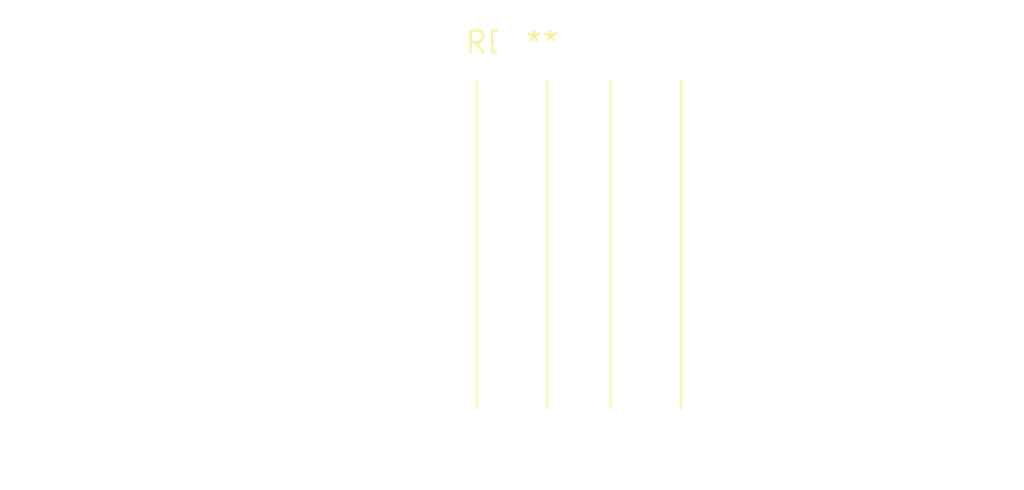
<source format=kicad_pcb>
(kicad_pcb (version 20240108) (generator pcbnew)
  (layers (0 "F.Cu" signal) (31 "B.Cu" signal) (34 "B.Paste" user) (35 "F.Paste" user) (36 "B.SilkS" user "B.Silkscreen") (37 "F.SilkS" user "F.Silkscreen") (38 "B.Mask" user) (39 "F.Mask" user) (44 "Edge.Cuts" user))
  (net 0 "")
  (footprint "SolderWire-1.5sqmm_1x02_P7.8mm_D1.7mm_OD3.9mm_Relief" (layer "F.Cu") (at 0 0)
    (property "Reference" "REF**")
    (property "Value" "SolderWire-1.5sqmm_1x02_P7.8mm_D1.7mm_OD3.9mm_Relief")
    (fp_line (start -2.06 2.21) (end -2.06 21.34) (layer "F.SilkS") (stroke (width 0.12)))
    (fp_line (start 2.06 2.21) (end 2.06 21.34) (layer "F.SilkS") (stroke (width 0.12)))
    (fp_line (start 5.74 2.21) (end 5.74 21.34) (layer "F.SilkS") (stroke (width 0.12)))
    (fp_line (start 9.86 2.21) (end 9.86 21.34) (layer "F.SilkS") (stroke (width 0.12)))
    (pad "" np_thru_hole circle (at 0 23.4) (size 4.4 4.4) (drill 4.4) (layers *.Cu *.Mask))
    (pad "" np_thru_hole circle (at 7.8 23.4) (size 4.4 4.4) (drill 4.4) (layers *.Cu *.Mask))
    (pad "1" thru_hole roundrect (at 0 0) (size 3.9 3.9) (drill 2.1) (layers *.Cu *.Mask) (remove_unused_layers) (roundrect_rratio 0.064103))
    (pad "2" thru_hole circle (at 7.8 0) (size 3.9 3.9) (drill 2.1) (layers *.Cu *.Mask) (remove_unused_layers))
  )
)
</source>
